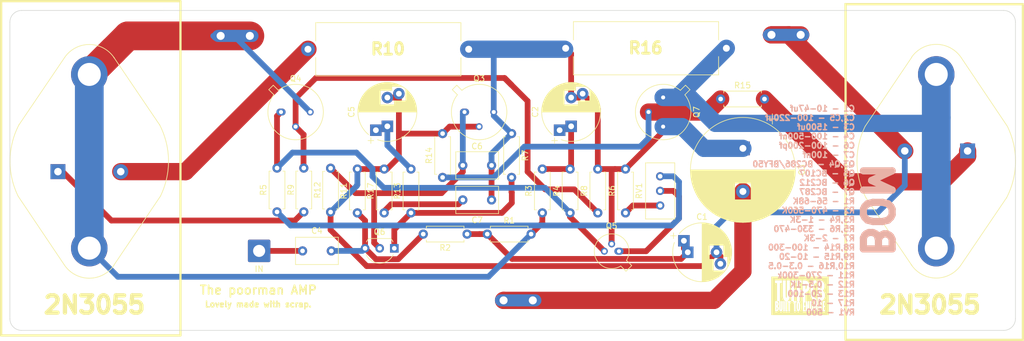
<source format=kicad_pcb>
(kicad_pcb (version 20211014) (generator pcbnew)
  (layers (0 "F.Cu" signal) (31 "B.Cu" signal) (34 "B.Paste" user) (35 "F.Paste" user) (36 "B.SilkS" user "B.Silkscreen") (37 "F.SilkS" user "F.Silkscreen") (38 "B.Mask" user) (39 "F.Mask" user) (44 "Edge.Cuts" user))
  (net 0 "")
  (net 1 "Net-(C1-Pad1)")
  (net 2 "GND")
  (net 3 "Net-(C2-Pad1)")
  (net 4 "Net-(C2-Pad2)")
  (net 5 "Net-(C3-Pad2)")
  (net 6 "Net-(C4-Pad1)")
  (net 7 "Net-(C4-Pad2)")
  (net 8 "Net-(C5-Pad1)")
  (net 9 "Net-(C6-Pad2)")
  (net 10 "Net-(C7-Pad2)")
  (net 11 "Net-(J3-Pad1)")
  (net 12 "Net-(Q1-Pad1)")
  (net 13 "Net-(Q1-Pad2)")
  (net 14 "Net-(Q2-Pad1)")
  (net 15 "Net-(Q2-Pad3)")
  (net 16 "Net-(Q4-Pad1)")
  (net 17 "Net-(Q4-Pad2)")
  (net 18 "Net-(Q5-Pad1)")
  (net 19 "Net-(Q6-Pad1)")
  (net 20 "Net-(Q7-Pad2)")
  (net 21 "Net-(R5-Pad1)")
  (net 22 "Net-(R6-Pad2)")
  (footprint "Custom Library:Spade Conector 6.3mm TE_1217861" (layer "F.Cu") (at 86.680333 71.1492)
    (fp_text reference "J3" hide)
    (fp_text value "50-60V" hide)
    (pad "1" thru_hole oval locked (at -2.54 0) (size 5 2.1) (drill 1.4 (offset 1 0)) (layers *.Cu *.Mask) (net 11 "Net-(J3-Pad1)"))
    (pad "1" thru_hole oval locked (at 2.54 0) (size 5 2.1) (drill 1.4 (offset -1 0)) (layers *.Cu *.Mask) (net 11 "Net-(J3-Pad1)"))
  )
  (footprint "Resistor_THT:R_Axial_DIN0207_L6.3mm_D2.5mm_P7.62mm_Horizontal" (layer "F.Cu") (at 117.23 101.92 90)
    (fp_text reference "R13" (at 3.81 -2.37 90) (layer "F.SilkS"))
    (fp_text value "20-100")
    (pad "1" thru_hole circle locked (at 0 0 90) (size 1.6 1.6) (drill 0.8) (layers *.Cu *.Mask) (net 19 "Net-(Q6-Pad1)"))
    (pad "2" thru_hole oval locked (at 7.62 0 90) (size 1.6 1.6) (drill 0.8) (layers *.Cu *.Mask) (net 8 "Net-(C5-Pad1)"))
  )
  (footprint "Resistor_THT:R_Axial_DIN0207_L6.3mm_D2.5mm_P7.62mm_Horizontal" (layer "F.Cu") (at 112.572 101.92 90)
    (fp_text reference "R17" (at 3.81 -2.37 90) (layer "F.SilkS"))
    (fp_text value "10")
    (pad "1" thru_hole circle locked (at 0 0 90) (size 1.6 1.6) (drill 0.8) (layers *.Cu *.Mask) (net 10 "Net-(C7-Pad2)"))
    (pad "2" thru_hole oval locked (at 7.62 0 90) (size 1.6 1.6) (drill 0.8) (layers *.Cu *.Mask) (net 2 "GND"))
  )
  (footprint "Resistor_THT:R_Axial_DIN0207_L6.3mm_D2.5mm_P7.62mm_Horizontal" (layer "F.Cu") (at 140.07 101.92 90)
    (fp_text reference "R3" (at 3.81 -2.37 90) (layer "F.SilkS"))
    (fp_text value "1-3K")
    (pad "1" thru_hole circle locked (at 0 0 90) (size 1.6 1.6) (drill 0.8) (layers *.Cu *.Mask) (net 11 "Net-(J3-Pad1)"))
    (pad "2" thru_hole oval locked (at 7.62 0 90) (size 1.6 1.6) (drill 0.8) (layers *.Cu *.Mask) (net 3 "Net-(C2-Pad1)"))
  )
  (footprint "Custom Library:Logo 10mm" (layer "F.Cu") (at 184.87 116.33)
    (fp_text reference "G***" hide)
    (fp_text value "LOGO" hide)
  )
  (footprint "Capacitor_THT:C_Rect_L7.2mm_W4.5mm_P5.00mm_FKS2_FKP2_MKS2_MKP2" (layer "F.Cu") (at 131.24 99.67 180)
    (fp_text reference "C7" (at 2.5 -3.5) (layer "F.SilkS"))
    (fp_text value "100nf")
    (pad "1" thru_hole circle locked (at 0 0 180) (size 1.6 1.6) (drill 0.8) (layers *.Cu *.Mask) (net 4 "Net-(C2-Pad2)"))
    (pad "2" thru_hole circle locked (at 5 0 180) (size 1.6 1.6) (drill 0.8) (layers *.Cu *.Mask) (net 10 "Net-(C7-Pad2)"))
  )
  (footprint "Package_TO_SOT_THT:TO-39-3" (layer "F.Cu") (at 161.07 81.85 -90)
    (fp_text reference "Q7" (at 2.54 -5.82 90) (layer "F.SilkS"))
    (fp_text value "BC287")
    (pad "1" thru_hole oval locked (at 0 0 270) (size 1.6 1.2) (drill 0.7) (layers *.Cu *.Mask) (net 15 "Net-(Q2-Pad3)"))
    (pad "2" thru_hole oval locked (at 2.54 2.54 270) (size 1.2 1.2) (drill 0.7) (layers *.Cu *.Mask) (net 20 "Net-(Q7-Pad2)"))
    (pad "3" thru_hole oval locked (at 5.08 0 270) (size 1.2 1.2) (drill 0.7) (layers *.Cu *.Mask) (net 4 "Net-(C2-Pad2)"))
  )
  (footprint "Package_TO_SOT_THT:TO-39-3" (layer "F.Cu") (at 126.54 84.39)
    (fp_text reference "Q3" (at 2.54 -5.82) (layer "F.SilkS"))
    (fp_text value "BC286")
    (pad "1" thru_hole oval locked (at 0 0) (size 1.6 1.2) (drill 0.7) (layers *.Cu *.Mask) (net 9 "Net-(C6-Pad2)"))
    (pad "2" thru_hole oval locked (at 2.54 2.54) (size 1.2 1.2) (drill 0.7) (layers *.Cu *.Mask) (net 2 "GND"))
    (pad "3" thru_hole oval locked (at 5.08 0) (size 1.2 1.2) (drill 0.7) (layers *.Cu *.Mask) (net 4 "Net-(C2-Pad2)"))
  )
  (footprint "Capacitor_THT:C_Rect_L7.2mm_W4.5mm_P5.00mm_FKS2_FKP2_MKS2_MKP2" (layer "F.Cu") (at 98.38 108.53)
    (fp_text reference "C4" (at 2.5 -3.5) (layer "F.SilkS"))
    (fp_text value "100-500nf")
    (pad "1" thru_hole circle locked (at 0 0) (size 1.6 1.6) (drill 0.8) (layers *.Cu *.Mask) (net 6 "Net-(C4-Pad1)"))
    (pad "2" thru_hole circle locked (at 5 0) (size 1.6 1.6) (drill 0.8) (layers *.Cu *.Mask) (net 7 "Net-(C4-Pad2)"))
  )
  (footprint "Resistor_THT:R_Axial_DIN0207_L6.3mm_D2.5mm_P7.62mm_Horizontal" (layer "F.Cu") (at 130.495 105.61)
    (fp_text reference "R1" (at 3.81 -2.37) (layer "F.SilkS"))
    (fp_text value "56-68K")
    (pad "1" thru_hole circle locked (at 0 0) (size 1.6 1.6) (drill 0.8) (layers *.Cu *.Mask) (net 1 "Net-(C1-Pad1)"))
    (pad "2" thru_hole oval locked (at 7.62 0) (size 1.6 1.6) (drill 0.8) (layers *.Cu *.Mask) (net 11 "Net-(J3-Pad1)"))
  )
  (footprint "Capacitor_THT:CP_Radial_D18.0mm_P7.50mm" (layer "F.Cu") (at 174.94 90.700376 -90)
    (fp_text reference "C3" (at 3.75 -10.25 90) (layer "F.SilkS"))
    (fp_text value "1500uf")
    (pad "1" thru_hole rect locked (at 0 0 270) (size 2.4 2.4) (drill 1.2) (layers *.Cu *.Mask) (net 4 "Net-(C2-Pad2)"))
    (pad "2" thru_hole circle locked (at 7.5 0 270) (size 2.4 2.4) (drill 1.2) (layers *.Cu *.Mask) (net 5 "Net-(C3-Pad2)"))
  )
  (footprint "Custom Library:Spade Conector 6.3mm TE_1217861" (layer "F.Cu") (at 135.86989 117.131917)
    (fp_text reference "J4" hide)
    (fp_text value "OUT" hide)
    (pad "1" thru_hole oval locked (at 2.54 0) (size 5 2.1) (drill 1.4 (offset -1 0)) (layers *.Cu *.Mask) (net 5 "Net-(C3-Pad2)"))
    (pad "1" thru_hole oval locked (at -2.54 0) (size 5 2.1) (drill 1.4 (offset 1 0)) (layers *.Cu *.Mask) (net 5 "Net-(C3-Pad2)"))
  )
  (footprint "Resistor_THT:R_Axial_DIN0207_L6.3mm_D2.5mm_P7.62mm_Horizontal" (layer "F.Cu") (at 103.256 94.16 -90)
    (fp_text reference "R12" (at 3.79 2.293693 90) (layer "F.SilkS"))
    (fp_text value "0.5-1K")
    (pad "1" thru_hole circle locked (at 0 0 270) (size 1.6 1.6) (drill 0.8) (layers *.Cu *.Mask) (net 9 "Net-(C6-Pad2)"))
    (pad "2" thru_hole oval locked (at 7.62 0 270) (size 1.6 1.6) (drill 0.8) (layers *.Cu *.Mask) (net 2 "GND"))
  )
  (footprint "Resistor_THT:R_Axial_DIN0207_L6.3mm_D2.5mm_P7.62mm_Horizontal" (layer "F.Cu") (at 154.53 94.3 -90)
    (fp_text reference "R6" (at 3.8 2.342887 90) (layer "F.SilkS"))
    (fp_text value "330-470")
    (pad "1" thru_hole circle locked (at 0 0 270) (size 1.6 1.6) (drill 0.8) (layers *.Cu *.Mask) (net 4 "Net-(C2-Pad2)"))
    (pad "2" thru_hole oval locked (at 7.62 0 270) (size 1.6 1.6) (drill 0.8) (layers *.Cu *.Mask) (net 22 "Net-(R6-Pad2)"))
  )
  (footprint "Capacitor_THT:CP_Radial_D10.0mm_P5.00mm_P7.50mm" (layer "F.Cu") (at 165.352523 108.7708)
    (fp_text reference "C1" (at 2.467477 -6.161104) (layer "F.SilkS"))
    (fp_text value "10-47uf")
    (pad "1" thru_hole rect locked (at 0 0) (size 2 2) (drill 1) (layers *.Cu *.Mask) (net 1 "Net-(C1-Pad1)"))
    (pad "1" thru_hole rect locked (at -0.672144 -2) (size 2 2) (drill 1) (layers *.Cu *.Mask) (net 1 "Net-(C1-Pad1)"))
    (pad "2" thru_hole circle locked (at 5.672144 2) (size 2 2) (drill 1) (layers *.Cu *.Mask) (net 2 "GND"))
    (pad "2" thru_hole circle locked (at 5 0) (size 2 2) (drill 1) (layers *.Cu *.Mask) (net 2 "GND"))
  )
  (footprint "Package_TO_SOT_THT:TO-3" (layer "F.Cu") (at 214.002578 91.150359 -90)
    (fp_text reference "Q2" hide)
    (fp_text value "2N3055")
    (pad "1" thru_hole rect locked (at 0 0 270) (size 2.6 2.6) (drill 1.3) (layers *.Cu *.Mask) (net 14 "Net-(Q2-Pad1)"))
    (pad "2" thru_hole circle locked (at 0 10.92 270) (size 2.6 2.6) (drill 1.3) (layers *.Cu *.Mask) (net 2 "GND"))
    (pad "3" thru_hole circle locked (at 16.9 5.45 270) (size 6.35 6.35) (drill 4) (layers *.Cu *.Mask) (net 15 "Net-(Q2-Pad3)"))
    (pad "3" thru_hole circle locked (at -13.3 5.45 270) (size 6.35 6.35) (drill 4) (layers *.Cu *.Mask) (net 15 "Net-(Q2-Pad3)"))
  )
  (footprint "Package_TO_SOT_THT:TO-92L_Inline_Wide" (layer "F.Cu") (at 114.33 108.08 180)
    (fp_text reference "Q6" (at 2.56 2.847286) (layer "F.SilkS"))
    (fp_text value "BC212")
    (pad "1" thru_hole rect locked (at 0 0 180) (size 1.5 1.5) (drill 0.8) (layers *.Cu *.Mask) (net 19 "Net-(Q6-Pad1)"))
    (pad "2" thru_hole circle locked (at 2.54 0 180) (size 1.5 1.5) (drill 0.8) (layers *.Cu *.Mask) (net 9 "Net-(C6-Pad2)"))
    (pad "3" thru_hole circle locked (at 5.08 0 180) (size 1.5 1.5) (drill 0.8) (layers *.Cu *.Mask) (net 7 "Net-(C4-Pad2)"))
  )
  (footprint "Resistor_THT:R_Axial_DIN0207_L6.3mm_D2.5mm_P7.62mm_Horizontal" (layer "F.Cu") (at 144.89 94.3 -90)
    (fp_text reference "R4" (at 3.81 2.337743 90) (layer "F.SilkS"))
    (fp_text value "1-3K")
    (pad "1" thru_hole circle locked (at 0 0 270) (size 1.6 1.6) (drill 0.8) (layers *.Cu *.Mask) (net 3 "Net-(C2-Pad1)"))
    (pad "2" thru_hole oval locked (at 7.62 0 270) (size 1.6 1.6) (drill 0.8) (layers *.Cu *.Mask) (net 16 "Net-(Q4-Pad1)"))
  )
  (footprint "Capacitor_THT:CP_Radial_D10.0mm_P5.00mm_P7.50mm" (layer "F.Cu") (at 145.075 86.872677 90)
    (fp_text reference "C2" (at 2.5 -6.25 90) (layer "F.SilkS"))
    (fp_text value "100-220uf")
    (pad "1" thru_hole rect locked (at -0.672144 -2 90) (size 2 2) (drill 1) (layers *.Cu *.Mask) (net 3 "Net-(C2-Pad1)"))
    (pad "1" thru_hole rect locked (at 0 0 90) (size 2 2) (drill 1) (layers *.Cu *.Mask) (net 3 "Net-(C2-Pad1)"))
    (pad "2" thru_hole circle locked (at 5.672144 2 90) (size 2 2) (drill 1) (layers *.Cu *.Mask) (net 4 "Net-(C2-Pad2)"))
    (pad "2" thru_hole circle locked (at 5 0 90) (size 2 2) (drill 1) (layers *.Cu *.Mask) (net 4 "Net-(C2-Pad2)"))
  )
  (footprint "Resistor_THT:R_Axial_Power_L25.0mm_W9.0mm_P27.94mm" (layer "F.Cu") (at 144.124138 73.3)
    (fp_text reference "R16" (at 13.9 -0.043561) (layer "F.SilkS") (effects (font (size 2 2) (thickness 0.5))))
    (fp_text value "0.3-0.5")
    (pad "1" thru_hole circle locked (at 0 0) (size 2.4 2.4) (drill 1.2) (layers *.Cu *.Mask) (net 4 "Net-(C2-Pad2)"))
    (pad "2" thru_hole oval locked (at 27.94 0) (size 2.4 2.4) (drill 1.2) (layers *.Cu *.Mask) (net 15 "Net-(Q2-Pad3)"))
  )
  (footprint "Resistor_THT:R_Axial_DIN0207_L6.3mm_D2.5mm_P7.62mm_Horizontal" (layer "F.Cu") (at 98.598 94.13 -90)
    (fp_text reference "R9" (at 3.79 2.241655 90) (layer "F.SilkS"))
    (fp_text value "10-20")
    (pad "1" thru_hole circle locked (at 0 0 270) (size 1.6 1.6) (drill 0.8) (layers *.Cu *.Mask) (net 17 "Net-(Q4-Pad2)"))
    (pad "2" thru_hole oval locked (at 7.62 0 270) (size 1.6 1.6) (drill 0.8) (layers *.Cu *.Mask) (net 12 "Net-(Q1-Pad1)"))
  )
  (footprint "Resistor_THT:R_Axial_DIN0207_L6.3mm_D2.5mm_P7.62mm_Horizontal" (layer "F.Cu") (at 149.71 101.92 90)
    (fp_text reference "R8" (at 3.81 -2.37 90) (layer "F.SilkS"))
    (fp_text value "100-300")
    (pad "1" thru_hole circle locked (at 0 0 90) (size 1.6 1.6) (drill 0.8) (layers *.Cu *.Mask) (net 17 "Net-(Q4-Pad2)"))
    (pad "2" thru_hole oval locked (at 7.62 0 90) (size 1.6 1.6) (drill 0.8) (layers *.Cu *.Mask) (net 4 "Net-(C2-Pad2)"))
  )
  (footprint "Resistor_THT:R_Axial_DIN0207_L6.3mm_D2.5mm_P7.62mm_Horizontal" (layer "F.Cu") (at 107.914 101.92 90)
    (fp_text reference "R11" (at 3.81 -2.37 90) (layer "F.SilkS"))
    (fp_text value "270-300k")
    (pad "1" thru_hole circle locked (at 0 0 90) (size 1.6 1.6) (drill 0.8) (layers *.Cu *.Mask) (net 7 "Net-(C4-Pad2)"))
    (pad "2" thru_hole oval locked (at 7.62 0 90) (size 1.6 1.6) (drill 0.8) (layers *.Cu *.Mask) (net 2 "GND"))
  )
  (footprint "Resistor_THT:R_Axial_DIN0207_L6.3mm_D2.5mm_P7.62mm_Horizontal" (layer "F.Cu") (at 93.94 101.75 90)
    (fp_text reference "R5" (at 3.81 -2.37 90) (layer "F.SilkS"))
    (fp_text value "330-470")
    (pad "1" thru_hole circle locked (at 0 0 90) (size 1.6 1.6) (drill 0.8) (layers *.Cu *.Mask) (net 21 "Net-(R5-Pad1)"))
    (pad "2" thru_hole oval locked (at 7.62 0 90) (size 1.6 1.6) (drill 0.8) (layers *.Cu *.Mask) (net 16 "Net-(Q4-Pad1)"))
  )
  (footprint "Resistor_THT:R_Axial_DIN0207_L6.3mm_D2.5mm_P7.62mm_Horizontal" (layer "F.Cu") (at 122.73 95.756071 90)
    (fp_text reference "R14" (at 3.81 -2.37 90) (layer "F.SilkS"))
    (fp_text value "100-300")
    (pad "1" thru_hole circle locked (at 0 0 90) (size 1.6 1.6) (drill 0.8) (layers *.Cu *.Mask) (net 20 "Net-(Q7-Pad2)"))
    (pad "2" thru_hole oval locked (at 7.62 0 90) (size 1.6 1.6) (drill 0.8) (layers *.Cu *.Mask) (net 2 "GND"))
  )
  (footprint "Resistor_THT:R_Axial_DIN0207_L6.3mm_D2.5mm_P7.62mm_Horizontal" (layer "F.Cu") (at 126.985 105.61 180)
    (fp_text reference "R2" (at 3.81 -2.37) (layer "F.SilkS"))
    (fp_text value "470-560K")
    (pad "1" thru_hole circle locked (at 0 0 180) (size 1.6 1.6) (drill 0.8) (layers *.Cu *.Mask) (net 1 "Net-(C1-Pad1)"))
    (pad "2" thru_hole oval locked (at 7.62 0 180) (size 1.6 1.6) (drill 0.8) (layers *.Cu *.Mask) (net 7 "Net-(C4-Pad2)"))
  )
  (footprint "Package_TO_SOT_THT:TO-39-3" (layer "F.Cu") (at 94.634847 84.39)
    (fp_text reference "Q4" (at 2.54 -5.82) (layer "F.SilkS"))
    (fp_text value "BC286")
    (pad "1" thru_hole oval locked (at 0 0) (size 1.6 1.2) (drill 0.7) (layers *.Cu *.Mask) (net 16 "Net-(Q4-Pad1)"))
    (pad "2" thru_hole oval locked (at 2.54 2.54) (size 1.2 1.2) (drill 0.7) (layers *.Cu *.Mask) (net 17 "Net-(Q4-Pad2)"))
    (pad "3" thru_hole oval locked (at 5.08 0) (size 1.2 1.2) (drill 0.7) (layers *.Cu *.Mask) (net 11 "Net-(J3-Pad1)"))
  )
  (footprint "Potentiometer_THT:Potentiometer_Bourns_3296W_Vertical" (layer "F.Cu") (at 160.55 95.56 90)
    (fp_text reference "RV1" (at -2.54 -3.66 90) (layer "F.SilkS"))
    (fp_text value "500")
    (pad "1" thru_hole circle locked (at 0 0 90) (size 1.44 1.44) (drill 0.8) (layers *.Cu *.Mask) (net 21 "Net-(R5-Pad1)"))
    (pad "2" thru_hole circle locked (at -2.54 0 90) (size 1.44 1.44) (drill 0.8) (layers *.Cu *.Mask) (net 18 "Net-(Q5-Pad1)"))
    (pad "3" thru_hole circle locked (at -5.08 0 90) (size 1.44 1.44) (drill 0.8) (layers *.Cu *.Mask) (net 22 "Net-(R6-Pad2)"))
  )
  (footprint "Package_TO_SOT_THT:TO-18-3" (layer "F.Cu") (at 153.390476 108.586076 180)
    (fp_text reference "Q5" (at 1.280476 4.388251) (layer "F.SilkS"))
    (fp_text value "BC107")
    (pad "1" thru_hole oval locked (at 0 0 180) (size 1.6 1.2) (drill 0.7) (layers *.Cu *.Mask) (net 18 "Net-(Q5-Pad1)"))
    (pad "2" thru_hole oval locked (at 1.27 1.27 180) (size 1.2 1.2) (drill 0.7) (layers *.Cu *.Mask) (net 4 "Net-(C2-Pad2)"))
    (pad "3" thru_hole oval locked (at 2.54 0 180) (size 1.2 1.2) (drill 0.7) (layers *.Cu *.Mask) (net 16 "Net-(Q4-Pad1)"))
  )
  (footprint "Connector_Wire:SolderWire-1.5sqmm_1x01_D1.7mm_OD3.9mm" (layer "F.Cu") (at 90.83 108.53 180)
    (fp_text reference "IN" (at 0 -3.15) (layer "F.SilkS"))
    (fp_text value "IN")
    (pad "1" thru_hole roundrect locked (at 0 0 180) (size 3.9 3.9) (drill 2.1) (layers *.Cu *.Mask) (roundrect_rratio 0.064103) (net 6 "Net-(C4-Pad1)"))
  )
  (footprint "Capacitor_THT:CP_Radial_D10.0mm_P5.00mm_P7.50mm" (layer "F.Cu") (at 113.127423 86.872677 90)
    (fp_text reference "C5" (at 2.5 -6.25 90) (layer "F.SilkS"))
    (fp_text value "100-220uf")
    (pad "1" thru_hole rect locked (at -0.672144 -2 90) (size 2 2) (drill 1) (layers *.Cu *.Mask) (net 8 "Net-(C5-Pad1)"))
    (pad "1" thru_hole rect locked (at 0 0 90) (size 2 2) (drill 1) (layers *.Cu *.Mask) (net 8 "Net-(C5-Pad1)"))
    (pad "2" thru_hole circle locked (at 5.672144 2 90) (size 2 2) (drill 1) (layers *.Cu *.Mask) (net 2 "GND"))
    (pad "2" thru_hole circle locked (at 5 0 90) (size 2 2) (drill 1) (layers *.Cu *.Mask) (net 2 "GND"))
  )
  (footprint "Custom Library:Spade Conector 6.3mm TE_1217861" (layer "F.Cu") (at 182.4448 70.9692)
    (fp_text reference "J1" hide)
    (fp_text value "GND" hide)
    (pad "1" thru_hole oval locked (at -2.54 0) (size 5 2.1) (drill 1.4 (offset 1 0)) (layers *.Cu *.Mask) (net 2 "GND"))
    (pad "1" thru_hole oval locked (at 2.54 0) (size 5 2.1) (drill 1.4 (offset -1 0)) (layers *.Cu *.Mask) (net 2 "GND"))
  )
  (footprint "Resistor_THT:R_Axial_DIN0207_L6.3mm_D2.5mm_P7.62mm_Horizontal" (layer "F.Cu") (at 134.72 88.136071 -90)
    (fp_text reference "R7" (at 3.81 -2.37 90) (layer "F.SilkS"))
    (fp_text value "2-3K")
    (pad "1" thru_hole circle locked (at 0 0 270) (size 1.6 1.6) (drill 0.8) (layers *.Cu *.Mask) (net 4 "Net-(C2-Pad2)"))
    (pad "2" thru_hole oval locked (at 7.62 0 270) (size 1.6 1.6) (drill 0.8) (layers *.Cu *.Mask) (net 19 "Net-(Q6-Pad1)"))
  )
  (footprint "Capacitor_THT:C_Rect_L7.2mm_W4.5mm_P5.00mm_FKS2_FKP2_MKS2_MKP2" (layer "F.Cu") (at 131.24 93.66 180)
    (fp_text reference "C6" (at 2.53 3.324622) (layer "F.SilkS"))
    (fp_text value "100-200pf")
    (pad "1" thru_hole circle locked (at 0 0 180) (size 1.6 1.6) (drill 0.8) (layers *.Cu *.Mask) (net 4 "Net-(C2-Pad2)"))
    (pad "2" thru_hole circle locked (at 5 0 180) (size 1.6 1.6) (drill 0.8) (layers *.Cu *.Mask) (net 9 "Net-(C6-Pad2)"))
  )
  (footprint "Resistor_THT:R_Axial_DIN0207_L6.3mm_D2.5mm_P7.62mm_Horizontal" (layer "F.Cu") (at 171.07 82.122914)
    (fp_text reference "R15" (at 3.81 -2.37) (layer "F.SilkS"))
    (fp_text value "10-20")
    (pad "1" thru_hole circle locked (at 0 0) (size 1.6 1.6) (drill 0.8) (layers *.Cu *.Mask) (net 20 "Net-(Q7-Pad2)"))
    (pad "2" thru_hole oval locked (at 7.62 0) (size 1.6 1.6) (drill 0.8) (layers *.Cu *.Mask) (net 14 "Net-(Q2-Pad1)"))
  )
  (footprint "Resistor_THT:R_Axial_Power_L25.0mm_W9.0mm_P27.94mm" (layer "F.Cu") (at 99.32 73.47)
    (fp_text reference "R10" (at 13.9 -0.043561) (layer "F.SilkS") (effects (font (size 2 2) (thickness 0.5))))
    (fp_text value "0.3-0.5")
    (pad "1" thru_hole circle locked (at 0 0) (size 2.4 2.4) (drill 1.2) (layers *.Cu *.Mask) (net 13 "Net-(Q1-Pad2)"))
    (pad "2" thru_hole oval locked (at 27.94 0) (size 2.4 2.4) (drill 1.2) (layers *.Cu *.Mask) (net 4 "Net-(C2-Pad2)"))
  )
  (footprint "Package_TO_SOT_THT:TO-3" (layer "F.Cu") (at 55.852578 94.750359 90)
    (fp_text reference "Q1" hide)
    (fp_text value "2N3055")
    (pad "1" thru_hole rect locked (at 0 0 90) (size 2.6 2.6) (drill 1.3) (layers *.Cu *.Mask) (net 12 "Net-(Q1-Pad1)"))
    (pad "2" thru_hole circle locked (at 0 10.92 90) (size 2.6 2.6) (drill 1.3) (layers *.Cu *.Mask) (net 13 "Net-(Q1-Pad2)"))
    (pad "3" thru_hole circle locked (at 16.9 5.45 90) (size 6.35 6.35) (drill 4) (layers *.Cu *.Mask) (net 11 "Net-(J3-Pad1)"))
    (pad "3" thru_hole circle locked (at -13.3 5.45 90) (size 6.35 6.35) (drill 4) (layers *.Cu *.Mask) (net 11 "Net-(J3-Pad1)"))
  )
  (gr_rect (start 45.98 65.11) (end 77.155 123.23) (layer "F.SilkS") (width 0.4) (fill none))
  (gr_rect (start 192.79 65.64) (end 223.62 124) (layer "F.SilkS") (width 0.4) (fill none))
  (gr_line (start 49.520772 66.729997) (end 220.279997 66.732112) (layer "Edge.Cuts") (width 0.1))
  (gr_arc (start 220.279997 66.732112) (mid 221.718513 67.32) (end 222.32 68.752884) (layer "Edge.Cuts") (width 0.1))
  (gr_line (start 220.299228 122.35) (end 49.539613 122.35) (layer "Edge.Cuts") (width 0.1))
  (gr_arc (start 49.539613 122.35) (mid 48.101097 121.762112) (end 47.49961 120.329228) (layer "Edge.Cuts") (width 0.1))
  (gr_line (start 47.49961 120.329228) (end 47.5 68.77) (layer "Edge.Cuts") (width 0.1))
  (gr_arc (start 47.5 68.77) (mid 48.087888 67.331484) (end 49.520772 66.729997) (layer "Edge.Cuts") (width 0.1))
  (gr_arc (start 222.32 120.309997) (mid 221.732112 121.748513) (end 220.299228 122.35) (layer "Edge.Cuts") (width 0.1))
  (gr_line (start 222.32 68.752884) (end 222.32 120.309997) (layer "Edge.Cuts") (width 0.1))
  (gr_text "C1 - 10-47uf\nC2,C5 - 100-220uf\nC3 - 1500uf\nC4 - 100-500nf\nC6 - 100-200pf\nC7 - 100nf\nQ3,Q4 - BC286/BFY50\nQ5 - BC107\nQ6 - BC212\nQ7 - BC287\nR1 - 56-68K\nR2 - 470-560K\nR3,R4 - 1-3K\nR5,R6 - 330-470\nR7 - 2-3K\nR8,R14 - 100-300\nR9,R15 - 10-20\nR10,R16 - 0.3-0.5\nR11 - 270-300k\nR12 - 0.5-1K\nR13 - 20-100\nR17 - 10\nRV1 - 500" (at 194.55 101.49) (layer "B.SilkS") (effects (font (size 1 1) (thickness 0.25)) (justify left mirror)))
  (gr_text "BOM" (at 198.134154 101.400001 270) (layer "B.SilkS") (effects (font (size 5 5) (thickness 1.25)) (justify mirror)))
  (gr_text "Lovely made with scrap." (at 90.69 117.813682) (layer "F.SilkS") (effects (font (size 1 1) (thickness 0.25))))
  (gr_text "2N3055" (at 62.21 117.91) (layer "F.SilkS") (effects (font (size 3 3) (thickness 0.75))))
  (gr_text "2N3055" (at 207.47 117.91) (layer "F.SilkS") (effects (font (size 3 3) (thickness 0.75))))
  (gr_text "The poorman AMP\n" (at 90.69 115.333682) (layer "F.SilkS") (effects (font (size 1.5 1.5) (thickness 0.3))))
  (segment (start 134.80598 109.92098) (end 130.495 105.61) (width 1) (layer "F.Cu") (net 1))
  (segment (start 129.15 105.61) (end 126.985 105.61) (width 1) (layer "F.Cu") (net 1))
  (segment (start 164.680379 106.7708) (end 164.680379 108.098656) (width 1) (layer "F.Cu") (net 1))
  (segment (start 130.495 105.61) (end 129.15 105.61) (width 1) (layer "F.Cu") (net 1))
  (segment (start 164.202343 109.92098) (end 134.80598 109.92098) (width 1) (layer "F.Cu") (net 1))
  (segment (start 164.680379 108.098656) (end 165.352523 108.7708) (width 1) (layer "F.Cu") (net 1))
  (segment (start 165.352523 108.7708) (end 164.202343 109.92098) (width 1) (layer "F.Cu") (net 1))
  (segment (start 171.024667 109.442944) (end 170.352523 108.7708) (width 1) (layer "F.Cu") (net 2))
  (segment (start 114.455279 81.872677) (end 115.127423 81.200533) (width 1) (layer "F.Cu") (net 2))
  (segment (start 179.9048 70.9692) (end 182.901419 70.9692) (width 3) (layer "F.Cu") (net 2))
  (segment (start 113.127423 81.872677) (end 114.455279 81.872677) (width 1) (layer "F.Cu") (net 2))
  (segment (start 109.536854 111.17049) (end 103.256 104.889636) (width 1) (layer "F.Cu") (net 2))
  (segment (start 115.188775 88.136071) (end 115.127423 88.197423) (width 1) (layer "F.Cu") (net 2))
  (segment (start 103.256 104.889636) (end 103.256 101.78) (width 1) (layer "F.Cu") (net 2))
  (segment (start 170.352523 108.7708) (end 167.952833 111.17049) (width 1) (layer "F.Cu") (net 2))
  (segment (start 115.127423 92.232577) (end 113.06 94.3) (width 1) (layer "F.Cu") (net 2))
  (segment (start 171.024667 110.7708) (end 171.024667 109.442944) (width 1) (layer "F.Cu") (net 2))
  (segment (start 122.73 88.136071) (end 115.188775 88.136071) (width 1) (layer "F.Cu") (net 2))
  (segment (start 167.952833 111.17049) (end 109.536854 111.17049) (width 1) (layer "F.Cu") (net 2))
  (segment (start 179.9048 70.9692) (end 184.9848 70.9692) (width 3) (layer "F.Cu") (net 2))
  (segment (start 113.06 94.3) (end 112.572 94.3) (width 1) (layer "F.Cu") (net 2))
  (segment (start 182.901419 70.9692) (end 203.082578 91.150359) (width 3) (layer "F.Cu") (net 2))
  (segment (start 115.127423 81.200533) (end 115.127423 88.197423) (width 1) (layer "F.Cu") (net 2))
  (segment (start 123.936071 86.93) (end 122.73 88.136071) (width 1) (layer "F.Cu") (net 2))
  (segment (start 129.08 86.93) (end 123.936071 86.93) (width 1) (layer "F.Cu") (net 2))
  (segment (start 115.127423 88.197423) (end 115.127423 92.232577) (width 1) (layer "F.Cu") (net 2))
  (segment (start 112.572 94.3) (end 107.914 94.3) (width 1) (layer "F.Cu") (net 2))
  (segment (start 107.914 97.036) (end 107.914 94.3) (width 1) (layer "B.Cu") (net 2))
  (segment (start 172.76 101.83) (end 198.4 101.83) (width 1) (layer "B.Cu") (net 2))
  (segment (start 203.082578 97.147422) (end 203.082578 91.150359) (width 1) (layer "B.Cu") (net 2))
  (segment (start 170.352523 108.7708) (end 170.352523 104.237477) (width 1) (layer "B.Cu") (net 2))
  (segment (start 107.8 97.236) (end 107.8 97.15) (width 1) (layer "B.Cu") (net 2))
  (segment (start 107.8 97.15) (end 107.914 97.036) (width 1) (layer "B.Cu") (net 2))
  (segment (start 198.4 101.83) (end 203.082578 97.147422) (width 1) (layer "B.Cu") (net 2))
  (segment (start 170.352523 104.237477) (end 172.76 101.83) (width 1) (layer "B.Cu") (net 2))
  (segment (start 103.256 101.78) (end 107.8 97.236) (width 1) (layer "B.Cu") (net 2))
  (segment (start 145.075 94.115) (end 144.89 94.3) (width 1) (layer "F.Cu") (net 3))
  (segment (start 145.075 86.872677) (end 145.075 94.115) (width 1) (layer "F.Cu") (net 3))
  (segment (start 144.89 94.3) (end 140.07 94.3) (width 1) (layer "F.Cu") (net 3))
  (segment (start 154.53 94.3) (end 161.07 87.76) (width 1) (layer "F.Cu") (net 4))
  (segment (start 146.402856 81.872677) (end 147.075 81.200533) (width 1) (layer "F.Cu") (net 4))
  (segment (start 145.075 74.250862) (end 144.124138 73.3) (width 1) (layer "F.Cu") (net 4))
  (segment (start 149.71 94.3) (end 152.7 94.3) (width 1) (layer "F.Cu") (net 4))
  (segment (start 152.7 94.3) (end 154.53 94.3) (width 1) (layer "F.Cu") (net 4))
  (segment (start 149.71 83.835533) (end 147.075 81.200533) (width 1) (layer "F.Cu") (net 4))
  (segment (start 131.24 99.67) (end 131.24 93.66) (width 1) (layer "F.Cu") (net 4))
  (segment (start 145.075 81.872677) (end 146.402856 81.872677) (width 1) (layer "F.Cu") (net 4))
  (segment (start 152.120476 107.316076) (end 152.120476 94.879524) (width 1) (layer "F.Cu") (net 4))
  (segment (start 145.075 81.872677) (end 145.075 74.250862) (width 1) (layer "F.Cu") (net 4))
  (segment (start 149.71 94.3) (end 149.71 83.835533) (width 1) (layer "F.Cu") (net 4))
  (segment (start 161.07 87.76) (end 161.07 86.93) (width 1) (layer "F.Cu") (net 4))
  (segment (start 127.26 73.47) (end 143.954138 73.47) (width 3) (layer "B.Cu") (net 4))
  (segment (start 164.4 86.93) (end 168.170376 90.700376) (width 3) (layer "B.Cu") (net 4))
  (segment (start 131.24 91.616071) (end 134.72 88.136071) (width 1) (layer "B.Cu") (net 4))
  (segment (start 168.170376 90.700376) (end 174.94 90.700376) (width 3) (layer "B.Cu") (net 4))
  (segment (start 161.07 86.93) (end 164.4 86.93) (width 3) (layer "B.Cu") (net 4))
  (segment (start 131.62 85.036071) (end 134.72 88.136071) (width 1) (layer "B.Cu") (net 4))
  (segment (start 131.62 84.39) (end 131.62 73.49) (width 1) (layer "B.Cu") (net 4))
  (segment (start 131.24 93.66) (end 131.24 91.616071) (width 1) (layer "B.Cu") (net 4))
  (segment (start 174.94 112.08) (end 169.889175 117.130825) (width 3) (layer "F.Cu") (net 5))
  (segment (start 133.330982 117.130825) (end 133.32989 117.131917) (width 3) (layer "F.Cu") (net 5))
  (segment (start 174.94 98.200376) (end 174.94 112.08) (width 3) (layer "F.Cu") (net 5))
  (segment (start 169.889175 117.130825) (end 133.330982 117.130825) (width 3) (layer "F.Cu") (net 5))
  (segment (start 90.83 108.53) (end 98.38 108.53) (width 1) (layer "F.Cu") (net 6))
  (segment (start 111.140979 109.970979) (end 115.00402 109.97098) (width 1) (layer "F.Cu") (net 7))
  (segment (start 109.25 108.08) (end 109.25 103.256) (width 1) (layer "F.Cu") (net 7))
  (segment (start 115.00402 109.97098) (end 119.365 105.61) (width 1) (layer "F.Cu") (net 7))
  (segment (start 109.25 103.256) (end 107.914 101.92) (width 1) (layer "F.Cu") (net 7))
  (segment (start 109.25 108.08) (end 111.140979 109.970979) (width 1) (layer "F.Cu") (net 7))
  (segment (start 103.38 108.53) (end 108.8 108.53) (width 1) (layer "B.Cu") (net 7))
  (segment (start 113.127423 90.197423) (end 117.23 94.3) (width 1) (layer "B.Cu") (net 8))
  (segment (start 113.127423 86.872677) (end 113.127423 90.197423) (width 1) (layer "B.Cu") (net 8))
  (segment (start 126.24 94.79137) (end 126.24 93.66) (width 1) (layer "F.Cu") (net 9))
  (segment (start 111.79 108.08) (end 110.83 107.12) (width 1) (layer "F.Cu") (net 9))
  (segment (start 107.586 98.49) (end 110.97 98.49) (width 1) (layer "F.Cu") (net 9))
  (segment (start 122.54137 98.49) (end 126.24 94.79137) (width 1) (layer "F.Cu") (net 9))
  (segment (start 103.256 94.16) (end 107.586 98.49) (width 1) (layer "F.Cu") (net 9))
  (segment (start 110.83 98.63) (end 110.97 98.49) (width 1) (layer "F.Cu") (net 9))
  (segment (start 110.83 107.12) (end 110.83 98.63) (width 1) (layer "F.Cu") (net 9))
  (segment (start 110.97 98.49) (end 122.54137 98.49) (width 1) (layer "F.Cu") (net 9))
  (segment (start 126.24 93.66) (end 126.24 84.69) (width 1) (layer "B.Cu") (net 9))
  (segment (start 126.24 84.69) (end 126.54 84.39) (width 1) (layer "B.Cu") (net 9))
  (segment (start 125.489511 100.420489) (end 126.24 99.67) (width 1) (layer "F.Cu") (net 10))
  (segment (start 112.28 101.92) (end 113.779511 100.420489) (width 1) (layer "F.Cu") (net 10))
  (segment (start 113.779511 100.420489) (end 125.489511 100.420489) (width 1) (layer "F.Cu") (net 10))
  (segment (start 65.463737 73.6892) (end 61.302578 77.850359) (width 5) (layer "F.Cu") (net 11))
  (segment (start 68.003737 71.1492) (end 89.220333 71.1492) (width 5) (layer "F.Cu") (net 11))
  (segment (start 140.07 103.655) (end 138.115 105.61) (width 1) (layer "F.Cu") (net 11))
  (segment (start 61.302578 77.850359) (end 68.003737 71.1492) (width 5) (layer "F.Cu") (net 11))
  (segment (start 140.07 101.92) (end 140.07 103.655) (width 1) (layer "F.Cu") (net 11))
  (segment (start 130.695 113.03) (end 138.115 105.61) (width 1) (layer "B.Cu") (net 11))
  (segment (start 86.744847 71.42) (end 83.1256 71.42) (width 1) (layer "B.Cu") (net 11))
  (segment (start 61.302578 108.050359) (end 66.282219 113.03) (width 1) (layer "B.Cu") (net 11))
  (segment (start 61.302578 77.850359) (end 61.302578 108.050359) (width 5) (layer "B.Cu") (net 11))
  (segment (start 66.282219 113.03) (end 130.695 113.03) (width 1) (layer "B.Cu") (net 11))
  (segment (start 83.1256 71.42) (end 82.8548 71.1492) (width 1) (layer "B.Cu") (net 11))
  (segment (start 99.714847 84.39) (end 86.744847 71.42) (width 1) (layer "B.Cu") (net 11))
  (segment (start 97.050489 103.249511) (end 65.149511 103.249511) (width 1) (layer "F.Cu") (net 12))
  (segment (start 65.149511 103.249511) (end 56.650359 94.750359) (width 1) (layer "F.Cu") (net 12))
  (segment (start 56.650359 94.750359) (end 55.852578 94.750359) (width 1) (layer "F.Cu") (net 12))
  (segment (start 98.55 101.75) (end 97.050489 103.249511) (width 1) (layer "F.Cu") (net 12))
  (segment (start 78.039641 94.750359) (end 99.32 73.47) (width 3) (layer "F.Cu") (net 13))
  (segment (start 66.772578 94.750359) (end 78.039641 94.750359) (width 3) (layer "F.Cu") (net 13))
  (segment (start 193.04 96.472914) (end 193.04 96.52) (width 3) (layer "F.Cu") (net 14))
  (segment (start 214.002578 92.067422) (end 214.002578 91.150359) (width 3) (layer "F.Cu") (net 14))
  (segment (start 178.69 82.122914) (end 193.04 96.472914) (width 3) (layer "F.Cu") (net 14))
  (segment (start 193.04 96.52) (end 209.55 96.52) (width 3) (layer "F.Cu") (net 14))
  (segment (start 209.55 96.52) (end 214.002578 92.067422) (width 3) (layer "F.Cu") (net 14))
  (segment (start 208.552578 85.362578) (end 208.552578 108.050359) (width 5) (layer "B.Cu") (net 15))
  (segment (start 207.555156 86.36) (end 208.552578 85.362578) (width 3) (layer "B.Cu") (net 15))
  (segment (start 161.07 81.85) (end 165.67 81.85) (width 3) (layer "B.Cu") (net 15))
  (segment (start 163.514138 81.85) (end 172.064138 73.3) (width 3) (layer "B.Cu") (net 15))
  (segment (start 208.552578 77.850359) (end 208.552578 85.362578) (width 5) (layer "B.Cu") (net 15))
  (segment (start 170.18 86.36) (end 207.555156 86.36) (width 3) (layer "B.Cu") (net 15))
  (segment (start 161.07 81.85) (end 163.514138 81.85) (width 3) (layer "B.Cu") (net 15))
  (segment (start 165.67 81.85) (end 170.18 86.36) (width 3) (layer "B.Cu") (net 15))
  (segment (start 93.94 94.13) (end 93.94 85.084847) (width 1) (layer "F.Cu") (net 16))
  (segment (start 144.89 101.92) (end 144.89 102.6256) (width 1) (layer "F.Cu") (net 16))
  (segment (start 144.89 102.6256) (end 150.850476 108.586076) (width 1) (layer "F.Cu") (net 16))
  (segment (start 93.94 85.084847) (end 94.634847 84.39) (width 1) (layer "F.Cu") (net 16))
  (segment (start 110.54 95.59) (end 112.51 97.56) (width 1) (layer "B.Cu") (net 16))
  (segment (start 140.53 97.56) (end 144.89 101.92) (width 1) (layer "B.Cu") (net 16))
  (segment (start 107.75 91.44) (end 110.54 94.23) (width 1) (layer "B.Cu") (net 16))
  (segment (start 96.63 91.44) (end 107.75 91.44) (width 1) (layer "B.Cu") (net 16))
  (segment (start 93.94 94.13) (end 96.63 91.44) (width 1) (layer "B.Cu") (net 16))
  (segment (start 112.51 97.56) (end 140.53 97.56) (width 1) (layer "B.Cu") (net 16))
  (segment (start 110.54 94.23) (end 110.54 95.59) (width 1) (layer "B.Cu") (net 16))
  (segment (start 97.174847 86.93) (end 97.174847 81.985153) (width 1) (layer "F.Cu") (net 17))
  (segment (start 97.174847 81.985153) (end 100.69 78.47) (width 1) (layer "F.Cu") (net 17))
  (segment (start 137.51 94.77) (end 140.57 97.83) (width 1) (layer "F.Cu") (net 17))
  (segment (start 98.55 88.305153) (end 97.174847 86.93) (width 1) (layer "F.Cu") (net 17))
  (segment (start 134.645 79.615) (end 137.51 82.48) (width 1) (layer "F.Cu") (net 17))
  (segment (start 100.69 78.47) (end 133.5 78.47) (width 1) (layer "F.Cu") (net 17))
  (segment (start 140.57 97.83) (end 145.62 97.83) (width 1) (layer "F.Cu") (net 17))
  (segment (start 133.5 78.47) (end 134.645 79.615) (width 1) (layer "F.Cu") (net 17))
  (segment (start 137.51 82.48) (end 137.51 94.77) (width 1) (layer "F.Cu") (net 17))
  (segment (start 98.55 94.13) (end 98.55 88.305153) (width 1) (layer "F.Cu") (net 17))
  (segment (start 133.57 78.54) (end 134.645 79.615) (width 1) (layer "F.Cu") (net 17))
  (segment (start 145.62 97.83) (end 149.71 101.92) (width 1) (layer "F.Cu") (net 17))
  (segment (start 98.55 88.305153) (end 98.584847 88.305153) (width 1) (layer "F.Cu") (net 17))
  (segment (start 153.390476 108.586076) (end 158.113924 108.586076) (width 1) (layer "F.Cu") (net 18))
  (segment (start 158.113924 108.586076) (end 163.83 102.87) (width 1) (layer "F.Cu") (net 18))
  (segment (start 162.87 98.1) (end 160.55 98.1) (width 1) (layer "F.Cu") (net 18))
  (segment (start 163.83 102.87) (end 163.83 99.06) (width 1) (layer "F.Cu") (net 18))
  (segment (start 163.83 99.06) (end 162.87 98.1) (width 1) (layer "F.Cu") (net 18))
  (segment (start 134.76 98.36) (end 134.72 98.32) (width 1) (layer "F.Cu") (net 19))
  (segment (start 133.03 101.92) (end 134.76 100.19) (width 1) (layer "F.Cu") (net 19))
  (segment (start 114.33 108.08) (end 114.33 104.82) (width 1) (layer "F.Cu") (net 19))
  (segment (start 114.33 104.82) (end 117.23 101.92) (width 1) (layer "F.Cu") (net 19))
  (segment (start 117.23 101.92) (end 133.03 101.92) (width 1) (layer "F.Cu") (net 19))
  (segment (start 134.76 100.19) (end 134.76 98.36) (width 1) (layer "F.Cu") (net 19))
  (segment (start 134.72 98.32) (end 134.72 95.756071) (width 1) (layer "F.Cu") (net 19))
  (segment (start 168.802914 84.39) (end 171.07 82.122914) (width 3) (layer "F.Cu") (net 20))
  (segment (start 158.53 84.39) (end 168.802914 84.39) (width 3) (layer "F.Cu") (net 20))
  (segment (start 136.95 90.41) (end 157.06 90.41) (width 1) (layer "B.Cu") (net 20))
  (segment (start 131.603929 95.756071) (end 136.95 90.41) (width 1) (layer "B.Cu") (net 20))
  (segment (start 158.53 88.94) (end 158.53 84.39) (width 1) (layer "B.Cu") (net 20))
  (segment (start 122.73 95.756071) (end 131.603929 95.756071) (width 1) (layer "B.Cu") (net 20))
  (segment (start 157.06 90.41) (end 158.53 88.94) (width 1) (layer "B.Cu") (net 20))
  (segment (start 163.83 102.87) (end 163.83 96.52) (width 1) (layer "B.Cu") (net 21))
  (segment (start 162.87 95.56) (end 160.55 95.56) (width 1) (layer "B.Cu") (net 21))
  (segment (start 163.83 96.52) (end 162.87 95.56) (width 1) (layer "B.Cu") (net 21))
  (segment (start 96.300489 104.110489) (end 162.589511 104.110489) (width 1) (layer "B.Cu") (net 21))
  (segment (start 93.94 101.75) (end 96.300489 104.110489) (width 1) (layer "B.Cu") (net 21))
  (segment (start 162.589511 104.110489) (end 163.83 102.87) (width 1) (layer "B.Cu") (net 21))
  (segment (start 160.55 100.64) (end 155.81 100.64) (width 1) (layer "F.Cu") (net 22))
  (segment (start 155.81 100.64) (end 154.53 101.92) (width 1) (layer "F.Cu") (net 22))
)
</source>
